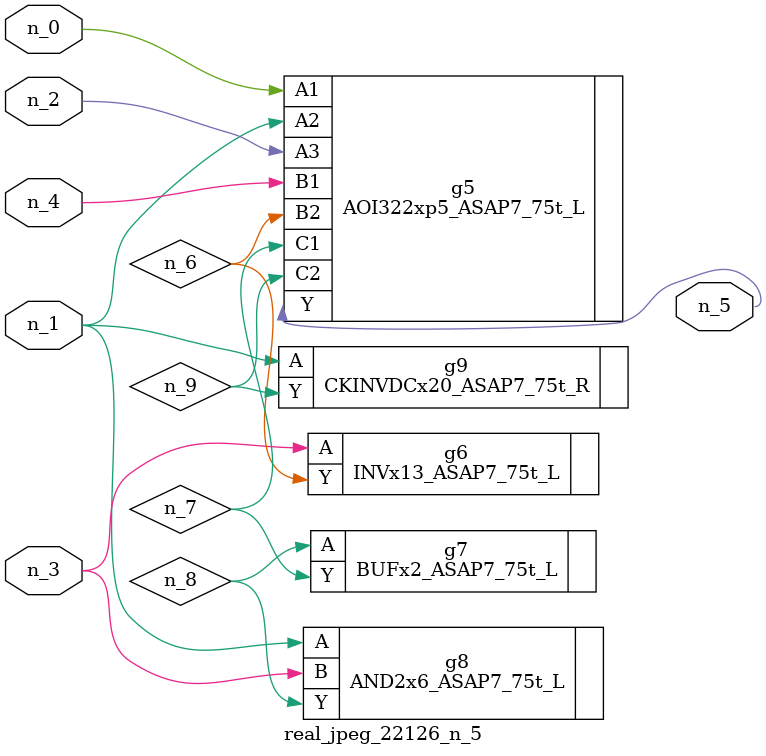
<source format=v>
module real_jpeg_22126_n_5 (n_4, n_0, n_1, n_2, n_3, n_5);

input n_4;
input n_0;
input n_1;
input n_2;
input n_3;

output n_5;

wire n_8;
wire n_6;
wire n_7;
wire n_9;

AOI322xp5_ASAP7_75t_L g5 ( 
.A1(n_0),
.A2(n_1),
.A3(n_2),
.B1(n_4),
.B2(n_6),
.C1(n_7),
.C2(n_9),
.Y(n_5)
);

AND2x6_ASAP7_75t_L g8 ( 
.A(n_1),
.B(n_3),
.Y(n_8)
);

CKINVDCx20_ASAP7_75t_R g9 ( 
.A(n_1),
.Y(n_9)
);

INVx13_ASAP7_75t_L g6 ( 
.A(n_3),
.Y(n_6)
);

BUFx2_ASAP7_75t_L g7 ( 
.A(n_8),
.Y(n_7)
);


endmodule
</source>
